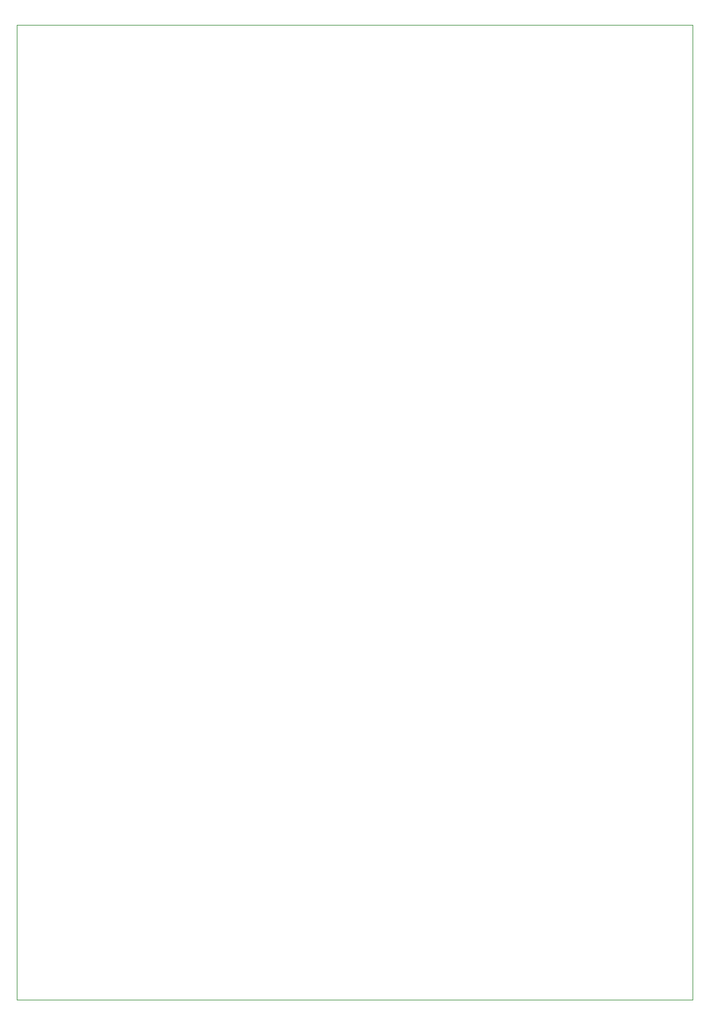
<source format=gbr>
%TF.GenerationSoftware,KiCad,Pcbnew,8.0.4*%
%TF.CreationDate,2025-01-03T11:27:23+01:00*%
%TF.ProjectId,miso_mosi,6d69736f-5f6d-46f7-9369-2e6b69636164,rev?*%
%TF.SameCoordinates,Original*%
%TF.FileFunction,Profile,NP*%
%FSLAX46Y46*%
G04 Gerber Fmt 4.6, Leading zero omitted, Abs format (unit mm)*
G04 Created by KiCad (PCBNEW 8.0.4) date 2025-01-03 11:27:23*
%MOMM*%
%LPD*%
G01*
G04 APERTURE LIST*
%TA.AperFunction,Profile*%
%ADD10C,0.050000*%
%TD*%
G04 APERTURE END LIST*
D10*
X37592000Y-24384000D02*
X129540000Y-24384000D01*
X129540000Y-156972000D01*
X37592000Y-156972000D01*
X37592000Y-24384000D01*
M02*

</source>
